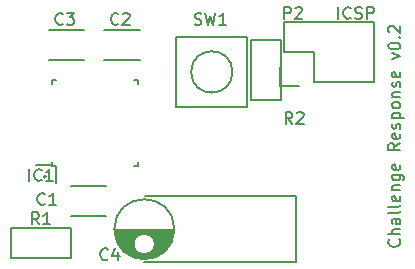
<source format=gbr>
G04 #@! TF.FileFunction,Legend,Top*
%FSLAX46Y46*%
G04 Gerber Fmt 4.6, Leading zero omitted, Abs format (unit mm)*
G04 Created by KiCad (PCBNEW 4.0.2-4+6225~38~ubuntu14.04.1-stable) date Sun 10 Apr 2016 19:44:50 CEST*
%MOMM*%
G01*
G04 APERTURE LIST*
%ADD10C,0.100000*%
%ADD11C,0.200000*%
%ADD12C,0.150000*%
G04 APERTURE END LIST*
D10*
D11*
X163933143Y-115776476D02*
X163980762Y-115824095D01*
X164028381Y-115966952D01*
X164028381Y-116062190D01*
X163980762Y-116205048D01*
X163885524Y-116300286D01*
X163790286Y-116347905D01*
X163599810Y-116395524D01*
X163456952Y-116395524D01*
X163266476Y-116347905D01*
X163171238Y-116300286D01*
X163076000Y-116205048D01*
X163028381Y-116062190D01*
X163028381Y-115966952D01*
X163076000Y-115824095D01*
X163123619Y-115776476D01*
X164028381Y-115347905D02*
X163028381Y-115347905D01*
X164028381Y-114919333D02*
X163504571Y-114919333D01*
X163409333Y-114966952D01*
X163361714Y-115062190D01*
X163361714Y-115205048D01*
X163409333Y-115300286D01*
X163456952Y-115347905D01*
X164028381Y-114014571D02*
X163504571Y-114014571D01*
X163409333Y-114062190D01*
X163361714Y-114157428D01*
X163361714Y-114347905D01*
X163409333Y-114443143D01*
X163980762Y-114014571D02*
X164028381Y-114109809D01*
X164028381Y-114347905D01*
X163980762Y-114443143D01*
X163885524Y-114490762D01*
X163790286Y-114490762D01*
X163695048Y-114443143D01*
X163647429Y-114347905D01*
X163647429Y-114109809D01*
X163599810Y-114014571D01*
X164028381Y-113395524D02*
X163980762Y-113490762D01*
X163885524Y-113538381D01*
X163028381Y-113538381D01*
X164028381Y-112871714D02*
X163980762Y-112966952D01*
X163885524Y-113014571D01*
X163028381Y-113014571D01*
X163980762Y-112109808D02*
X164028381Y-112205046D01*
X164028381Y-112395523D01*
X163980762Y-112490761D01*
X163885524Y-112538380D01*
X163504571Y-112538380D01*
X163409333Y-112490761D01*
X163361714Y-112395523D01*
X163361714Y-112205046D01*
X163409333Y-112109808D01*
X163504571Y-112062189D01*
X163599810Y-112062189D01*
X163695048Y-112538380D01*
X163361714Y-111633618D02*
X164028381Y-111633618D01*
X163456952Y-111633618D02*
X163409333Y-111585999D01*
X163361714Y-111490761D01*
X163361714Y-111347903D01*
X163409333Y-111252665D01*
X163504571Y-111205046D01*
X164028381Y-111205046D01*
X163361714Y-110300284D02*
X164171238Y-110300284D01*
X164266476Y-110347903D01*
X164314095Y-110395522D01*
X164361714Y-110490761D01*
X164361714Y-110633618D01*
X164314095Y-110728856D01*
X163980762Y-110300284D02*
X164028381Y-110395522D01*
X164028381Y-110585999D01*
X163980762Y-110681237D01*
X163933143Y-110728856D01*
X163837905Y-110776475D01*
X163552190Y-110776475D01*
X163456952Y-110728856D01*
X163409333Y-110681237D01*
X163361714Y-110585999D01*
X163361714Y-110395522D01*
X163409333Y-110300284D01*
X163980762Y-109443141D02*
X164028381Y-109538379D01*
X164028381Y-109728856D01*
X163980762Y-109824094D01*
X163885524Y-109871713D01*
X163504571Y-109871713D01*
X163409333Y-109824094D01*
X163361714Y-109728856D01*
X163361714Y-109538379D01*
X163409333Y-109443141D01*
X163504571Y-109395522D01*
X163599810Y-109395522D01*
X163695048Y-109871713D01*
X164028381Y-107633617D02*
X163552190Y-107966951D01*
X164028381Y-108205046D02*
X163028381Y-108205046D01*
X163028381Y-107824093D01*
X163076000Y-107728855D01*
X163123619Y-107681236D01*
X163218857Y-107633617D01*
X163361714Y-107633617D01*
X163456952Y-107681236D01*
X163504571Y-107728855D01*
X163552190Y-107824093D01*
X163552190Y-108205046D01*
X163980762Y-106824093D02*
X164028381Y-106919331D01*
X164028381Y-107109808D01*
X163980762Y-107205046D01*
X163885524Y-107252665D01*
X163504571Y-107252665D01*
X163409333Y-107205046D01*
X163361714Y-107109808D01*
X163361714Y-106919331D01*
X163409333Y-106824093D01*
X163504571Y-106776474D01*
X163599810Y-106776474D01*
X163695048Y-107252665D01*
X163980762Y-106395522D02*
X164028381Y-106300284D01*
X164028381Y-106109808D01*
X163980762Y-106014569D01*
X163885524Y-105966950D01*
X163837905Y-105966950D01*
X163742667Y-106014569D01*
X163695048Y-106109808D01*
X163695048Y-106252665D01*
X163647429Y-106347903D01*
X163552190Y-106395522D01*
X163504571Y-106395522D01*
X163409333Y-106347903D01*
X163361714Y-106252665D01*
X163361714Y-106109808D01*
X163409333Y-106014569D01*
X163361714Y-105538379D02*
X164361714Y-105538379D01*
X163409333Y-105538379D02*
X163361714Y-105443141D01*
X163361714Y-105252664D01*
X163409333Y-105157426D01*
X163456952Y-105109807D01*
X163552190Y-105062188D01*
X163837905Y-105062188D01*
X163933143Y-105109807D01*
X163980762Y-105157426D01*
X164028381Y-105252664D01*
X164028381Y-105443141D01*
X163980762Y-105538379D01*
X164028381Y-104490760D02*
X163980762Y-104585998D01*
X163933143Y-104633617D01*
X163837905Y-104681236D01*
X163552190Y-104681236D01*
X163456952Y-104633617D01*
X163409333Y-104585998D01*
X163361714Y-104490760D01*
X163361714Y-104347902D01*
X163409333Y-104252664D01*
X163456952Y-104205045D01*
X163552190Y-104157426D01*
X163837905Y-104157426D01*
X163933143Y-104205045D01*
X163980762Y-104252664D01*
X164028381Y-104347902D01*
X164028381Y-104490760D01*
X163361714Y-103728855D02*
X164028381Y-103728855D01*
X163456952Y-103728855D02*
X163409333Y-103681236D01*
X163361714Y-103585998D01*
X163361714Y-103443140D01*
X163409333Y-103347902D01*
X163504571Y-103300283D01*
X164028381Y-103300283D01*
X163980762Y-102871712D02*
X164028381Y-102776474D01*
X164028381Y-102585998D01*
X163980762Y-102490759D01*
X163885524Y-102443140D01*
X163837905Y-102443140D01*
X163742667Y-102490759D01*
X163695048Y-102585998D01*
X163695048Y-102728855D01*
X163647429Y-102824093D01*
X163552190Y-102871712D01*
X163504571Y-102871712D01*
X163409333Y-102824093D01*
X163361714Y-102728855D01*
X163361714Y-102585998D01*
X163409333Y-102490759D01*
X163980762Y-101633616D02*
X164028381Y-101728854D01*
X164028381Y-101919331D01*
X163980762Y-102014569D01*
X163885524Y-102062188D01*
X163504571Y-102062188D01*
X163409333Y-102014569D01*
X163361714Y-101919331D01*
X163361714Y-101728854D01*
X163409333Y-101633616D01*
X163504571Y-101585997D01*
X163599810Y-101585997D01*
X163695048Y-102062188D01*
X163361714Y-100490759D02*
X164028381Y-100252664D01*
X163361714Y-100014568D01*
X163028381Y-99443140D02*
X163028381Y-99347901D01*
X163076000Y-99252663D01*
X163123619Y-99205044D01*
X163218857Y-99157425D01*
X163409333Y-99109806D01*
X163647429Y-99109806D01*
X163837905Y-99157425D01*
X163933143Y-99205044D01*
X163980762Y-99252663D01*
X164028381Y-99347901D01*
X164028381Y-99443140D01*
X163980762Y-99538378D01*
X163933143Y-99585997D01*
X163837905Y-99633616D01*
X163647429Y-99681235D01*
X163409333Y-99681235D01*
X163218857Y-99633616D01*
X163123619Y-99585997D01*
X163076000Y-99538378D01*
X163028381Y-99443140D01*
X163933143Y-98681235D02*
X163980762Y-98633616D01*
X164028381Y-98681235D01*
X163980762Y-98728854D01*
X163933143Y-98681235D01*
X164028381Y-98681235D01*
X163123619Y-98252664D02*
X163076000Y-98205045D01*
X163028381Y-98109807D01*
X163028381Y-97871711D01*
X163076000Y-97776473D01*
X163123619Y-97728854D01*
X163218857Y-97681235D01*
X163314095Y-97681235D01*
X163456952Y-97728854D01*
X164028381Y-98300283D01*
X164028381Y-97681235D01*
D12*
X141978000Y-100564000D02*
X138978000Y-100564000D01*
X138978000Y-98064000D02*
X141978000Y-98064000D01*
X137279000Y-100564000D02*
X134279000Y-100564000D01*
X134279000Y-98064000D02*
X137279000Y-98064000D01*
X136152000Y-111272000D02*
X139152000Y-111272000D01*
X139152000Y-113772000D02*
X136152000Y-113772000D01*
X155217000Y-112065000D02*
X155217000Y-117665000D01*
X142317000Y-117665000D02*
X155167000Y-117665000D01*
X142417000Y-112065000D02*
X155217000Y-112065000D01*
X144866000Y-114990000D02*
X139868000Y-114990000D01*
X144858000Y-115130000D02*
X139876000Y-115130000D01*
X144842000Y-115270000D02*
X142462000Y-115270000D01*
X142272000Y-115270000D02*
X139892000Y-115270000D01*
X144818000Y-115410000D02*
X142857000Y-115410000D01*
X141877000Y-115410000D02*
X139916000Y-115410000D01*
X144785000Y-115550000D02*
X143024000Y-115550000D01*
X141710000Y-115550000D02*
X139949000Y-115550000D01*
X144744000Y-115690000D02*
X143131000Y-115690000D01*
X141603000Y-115690000D02*
X139990000Y-115690000D01*
X144694000Y-115830000D02*
X143202000Y-115830000D01*
X141532000Y-115830000D02*
X140040000Y-115830000D01*
X144633000Y-115970000D02*
X143246000Y-115970000D01*
X141488000Y-115970000D02*
X140101000Y-115970000D01*
X144563000Y-116110000D02*
X143265000Y-116110000D01*
X141469000Y-116110000D02*
X140171000Y-116110000D01*
X144481000Y-116250000D02*
X143263000Y-116250000D01*
X141471000Y-116250000D02*
X140253000Y-116250000D01*
X144386000Y-116390000D02*
X143238000Y-116390000D01*
X141496000Y-116390000D02*
X140348000Y-116390000D01*
X144275000Y-116530000D02*
X143190000Y-116530000D01*
X141544000Y-116530000D02*
X140459000Y-116530000D01*
X144147000Y-116670000D02*
X143112000Y-116670000D01*
X141622000Y-116670000D02*
X140587000Y-116670000D01*
X143998000Y-116810000D02*
X142995000Y-116810000D01*
X141739000Y-116810000D02*
X140736000Y-116810000D01*
X143819000Y-116950000D02*
X142807000Y-116950000D01*
X141927000Y-116950000D02*
X140915000Y-116950000D01*
X143600000Y-117090000D02*
X141134000Y-117090000D01*
X143311000Y-117230000D02*
X141423000Y-117230000D01*
X142839000Y-117370000D02*
X141895000Y-117370000D01*
X143267000Y-116165000D02*
G75*
G03X143267000Y-116165000I-900000J0D01*
G01*
X144904500Y-114915000D02*
G75*
G03X144904500Y-114915000I-2537500J0D01*
G01*
X134026000Y-110468000D02*
G75*
G03X134026000Y-110468000I-100000J0D01*
G01*
X134526000Y-109518000D02*
X133226000Y-109518000D01*
X133226000Y-109518000D02*
X133176000Y-109518000D01*
X134551000Y-109543000D02*
X134876000Y-109543000D01*
X134551000Y-102293000D02*
X134876000Y-102293000D01*
X141801000Y-102293000D02*
X141476000Y-102293000D01*
X141801000Y-109543000D02*
X141476000Y-109543000D01*
X134551000Y-109543000D02*
X134551000Y-109218000D01*
X141801000Y-109543000D02*
X141801000Y-109218000D01*
X141801000Y-102293000D02*
X141801000Y-102618000D01*
X134551000Y-102293000D02*
X134551000Y-102618000D01*
X134876000Y-109543000D02*
X134876000Y-110968000D01*
X156718000Y-102489000D02*
X161798000Y-102489000D01*
X153898000Y-102769000D02*
X153898000Y-101219000D01*
X154178000Y-99949000D02*
X156718000Y-99949000D01*
X156718000Y-99949000D02*
X156718000Y-102489000D01*
X161798000Y-102489000D02*
X161798000Y-97409000D01*
X161798000Y-97409000D02*
X156718000Y-97409000D01*
X153898000Y-102769000D02*
X155448000Y-102769000D01*
X154178000Y-97409000D02*
X154178000Y-99949000D01*
X156718000Y-97409000D02*
X154178000Y-97409000D01*
X149832000Y-101600000D02*
G75*
G03X149832000Y-101600000I-1750000J0D01*
G01*
X151082000Y-98600000D02*
X151082000Y-104600000D01*
X151082000Y-104600000D02*
X145082000Y-104600000D01*
X145082000Y-104600000D02*
X145082000Y-98600000D01*
X151082000Y-98600000D02*
X145082000Y-98600000D01*
X136144000Y-117348000D02*
X131064000Y-117348000D01*
X131064000Y-117348000D02*
X131064000Y-114808000D01*
X131064000Y-114808000D02*
X136144000Y-114808000D01*
X136144000Y-114808000D02*
X136144000Y-117348000D01*
X151384000Y-104013000D02*
X151384000Y-98933000D01*
X151384000Y-98933000D02*
X153924000Y-98933000D01*
X153924000Y-98933000D02*
X153924000Y-104013000D01*
X153924000Y-104013000D02*
X151384000Y-104013000D01*
X140168334Y-97512143D02*
X140120715Y-97559762D01*
X139977858Y-97607381D01*
X139882620Y-97607381D01*
X139739762Y-97559762D01*
X139644524Y-97464524D01*
X139596905Y-97369286D01*
X139549286Y-97178810D01*
X139549286Y-97035952D01*
X139596905Y-96845476D01*
X139644524Y-96750238D01*
X139739762Y-96655000D01*
X139882620Y-96607381D01*
X139977858Y-96607381D01*
X140120715Y-96655000D01*
X140168334Y-96702619D01*
X140549286Y-96702619D02*
X140596905Y-96655000D01*
X140692143Y-96607381D01*
X140930239Y-96607381D01*
X141025477Y-96655000D01*
X141073096Y-96702619D01*
X141120715Y-96797857D01*
X141120715Y-96893095D01*
X141073096Y-97035952D01*
X140501667Y-97607381D01*
X141120715Y-97607381D01*
X135469334Y-97512143D02*
X135421715Y-97559762D01*
X135278858Y-97607381D01*
X135183620Y-97607381D01*
X135040762Y-97559762D01*
X134945524Y-97464524D01*
X134897905Y-97369286D01*
X134850286Y-97178810D01*
X134850286Y-97035952D01*
X134897905Y-96845476D01*
X134945524Y-96750238D01*
X135040762Y-96655000D01*
X135183620Y-96607381D01*
X135278858Y-96607381D01*
X135421715Y-96655000D01*
X135469334Y-96702619D01*
X135802667Y-96607381D02*
X136421715Y-96607381D01*
X136088381Y-96988333D01*
X136231239Y-96988333D01*
X136326477Y-97035952D01*
X136374096Y-97083571D01*
X136421715Y-97178810D01*
X136421715Y-97416905D01*
X136374096Y-97512143D01*
X136326477Y-97559762D01*
X136231239Y-97607381D01*
X135945524Y-97607381D01*
X135850286Y-97559762D01*
X135802667Y-97512143D01*
X133945334Y-112752143D02*
X133897715Y-112799762D01*
X133754858Y-112847381D01*
X133659620Y-112847381D01*
X133516762Y-112799762D01*
X133421524Y-112704524D01*
X133373905Y-112609286D01*
X133326286Y-112418810D01*
X133326286Y-112275952D01*
X133373905Y-112085476D01*
X133421524Y-111990238D01*
X133516762Y-111895000D01*
X133659620Y-111847381D01*
X133754858Y-111847381D01*
X133897715Y-111895000D01*
X133945334Y-111942619D01*
X134897715Y-112847381D02*
X134326286Y-112847381D01*
X134612000Y-112847381D02*
X134612000Y-111847381D01*
X134516762Y-111990238D01*
X134421524Y-112085476D01*
X134326286Y-112133095D01*
X139279334Y-117451143D02*
X139231715Y-117498762D01*
X139088858Y-117546381D01*
X138993620Y-117546381D01*
X138850762Y-117498762D01*
X138755524Y-117403524D01*
X138707905Y-117308286D01*
X138660286Y-117117810D01*
X138660286Y-116974952D01*
X138707905Y-116784476D01*
X138755524Y-116689238D01*
X138850762Y-116594000D01*
X138993620Y-116546381D01*
X139088858Y-116546381D01*
X139231715Y-116594000D01*
X139279334Y-116641619D01*
X140136477Y-116879714D02*
X140136477Y-117546381D01*
X139898381Y-116498762D02*
X139660286Y-117213048D01*
X140279334Y-117213048D01*
X132627810Y-110815381D02*
X132627810Y-109815381D01*
X133675429Y-110720143D02*
X133627810Y-110767762D01*
X133484953Y-110815381D01*
X133389715Y-110815381D01*
X133246857Y-110767762D01*
X133151619Y-110672524D01*
X133104000Y-110577286D01*
X133056381Y-110386810D01*
X133056381Y-110243952D01*
X133104000Y-110053476D01*
X133151619Y-109958238D01*
X133246857Y-109863000D01*
X133389715Y-109815381D01*
X133484953Y-109815381D01*
X133627810Y-109863000D01*
X133675429Y-109910619D01*
X134627810Y-110815381D02*
X134056381Y-110815381D01*
X134342095Y-110815381D02*
X134342095Y-109815381D01*
X134246857Y-109958238D01*
X134151619Y-110053476D01*
X134056381Y-110101095D01*
X154201905Y-97099381D02*
X154201905Y-96099381D01*
X154582858Y-96099381D01*
X154678096Y-96147000D01*
X154725715Y-96194619D01*
X154773334Y-96289857D01*
X154773334Y-96432714D01*
X154725715Y-96527952D01*
X154678096Y-96575571D01*
X154582858Y-96623190D01*
X154201905Y-96623190D01*
X155154286Y-96194619D02*
X155201905Y-96147000D01*
X155297143Y-96099381D01*
X155535239Y-96099381D01*
X155630477Y-96147000D01*
X155678096Y-96194619D01*
X155725715Y-96289857D01*
X155725715Y-96385095D01*
X155678096Y-96527952D01*
X155106667Y-97099381D01*
X155725715Y-97099381D01*
X158797810Y-97099381D02*
X158797810Y-96099381D01*
X159845429Y-97004143D02*
X159797810Y-97051762D01*
X159654953Y-97099381D01*
X159559715Y-97099381D01*
X159416857Y-97051762D01*
X159321619Y-96956524D01*
X159274000Y-96861286D01*
X159226381Y-96670810D01*
X159226381Y-96527952D01*
X159274000Y-96337476D01*
X159321619Y-96242238D01*
X159416857Y-96147000D01*
X159559715Y-96099381D01*
X159654953Y-96099381D01*
X159797810Y-96147000D01*
X159845429Y-96194619D01*
X160226381Y-97051762D02*
X160369238Y-97099381D01*
X160607334Y-97099381D01*
X160702572Y-97051762D01*
X160750191Y-97004143D01*
X160797810Y-96908905D01*
X160797810Y-96813667D01*
X160750191Y-96718429D01*
X160702572Y-96670810D01*
X160607334Y-96623190D01*
X160416857Y-96575571D01*
X160321619Y-96527952D01*
X160274000Y-96480333D01*
X160226381Y-96385095D01*
X160226381Y-96289857D01*
X160274000Y-96194619D01*
X160321619Y-96147000D01*
X160416857Y-96099381D01*
X160654953Y-96099381D01*
X160797810Y-96147000D01*
X161226381Y-97099381D02*
X161226381Y-96099381D01*
X161607334Y-96099381D01*
X161702572Y-96147000D01*
X161750191Y-96194619D01*
X161797810Y-96289857D01*
X161797810Y-96432714D01*
X161750191Y-96527952D01*
X161702572Y-96575571D01*
X161607334Y-96623190D01*
X161226381Y-96623190D01*
X146621667Y-97559762D02*
X146764524Y-97607381D01*
X147002620Y-97607381D01*
X147097858Y-97559762D01*
X147145477Y-97512143D01*
X147193096Y-97416905D01*
X147193096Y-97321667D01*
X147145477Y-97226429D01*
X147097858Y-97178810D01*
X147002620Y-97131190D01*
X146812143Y-97083571D01*
X146716905Y-97035952D01*
X146669286Y-96988333D01*
X146621667Y-96893095D01*
X146621667Y-96797857D01*
X146669286Y-96702619D01*
X146716905Y-96655000D01*
X146812143Y-96607381D01*
X147050239Y-96607381D01*
X147193096Y-96655000D01*
X147526429Y-96607381D02*
X147764524Y-97607381D01*
X147955001Y-96893095D01*
X148145477Y-97607381D01*
X148383572Y-96607381D01*
X149288334Y-97607381D02*
X148716905Y-97607381D01*
X149002619Y-97607381D02*
X149002619Y-96607381D01*
X148907381Y-96750238D01*
X148812143Y-96845476D01*
X148716905Y-96893095D01*
X133437334Y-114498381D02*
X133104000Y-114022190D01*
X132865905Y-114498381D02*
X132865905Y-113498381D01*
X133246858Y-113498381D01*
X133342096Y-113546000D01*
X133389715Y-113593619D01*
X133437334Y-113688857D01*
X133437334Y-113831714D01*
X133389715Y-113926952D01*
X133342096Y-113974571D01*
X133246858Y-114022190D01*
X132865905Y-114022190D01*
X134389715Y-114498381D02*
X133818286Y-114498381D01*
X134104000Y-114498381D02*
X134104000Y-113498381D01*
X134008762Y-113641238D01*
X133913524Y-113736476D01*
X133818286Y-113784095D01*
X154900334Y-105989381D02*
X154567000Y-105513190D01*
X154328905Y-105989381D02*
X154328905Y-104989381D01*
X154709858Y-104989381D01*
X154805096Y-105037000D01*
X154852715Y-105084619D01*
X154900334Y-105179857D01*
X154900334Y-105322714D01*
X154852715Y-105417952D01*
X154805096Y-105465571D01*
X154709858Y-105513190D01*
X154328905Y-105513190D01*
X155281286Y-105084619D02*
X155328905Y-105037000D01*
X155424143Y-104989381D01*
X155662239Y-104989381D01*
X155757477Y-105037000D01*
X155805096Y-105084619D01*
X155852715Y-105179857D01*
X155852715Y-105275095D01*
X155805096Y-105417952D01*
X155233667Y-105989381D01*
X155852715Y-105989381D01*
M02*

</source>
